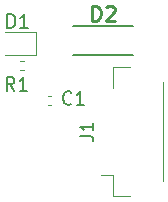
<source format=gbr>
%TF.GenerationSoftware,KiCad,Pcbnew,7.0.2*%
%TF.CreationDate,2023-07-22T23:42:46-04:00*%
%TF.ProjectId,encoder_go_v1_rev1,656e636f-6465-4725-9f67-6f5f76315f72,rev?*%
%TF.SameCoordinates,Original*%
%TF.FileFunction,Legend,Top*%
%TF.FilePolarity,Positive*%
%FSLAX46Y46*%
G04 Gerber Fmt 4.6, Leading zero omitted, Abs format (unit mm)*
G04 Created by KiCad (PCBNEW 7.0.2) date 2023-07-22 23:42:46*
%MOMM*%
%LPD*%
G01*
G04 APERTURE LIST*
%ADD10C,0.160000*%
%ADD11C,0.254000*%
%ADD12C,0.120000*%
%ADD13C,0.200000*%
G04 APERTURE END LIST*
D10*
%TO.C,R1*%
X146943447Y-96720342D02*
X146560114Y-96172723D01*
X146286304Y-96720342D02*
X146286304Y-95570342D01*
X146286304Y-95570342D02*
X146724399Y-95570342D01*
X146724399Y-95570342D02*
X146833923Y-95625104D01*
X146833923Y-95625104D02*
X146888685Y-95679866D01*
X146888685Y-95679866D02*
X146943447Y-95789390D01*
X146943447Y-95789390D02*
X146943447Y-95953676D01*
X146943447Y-95953676D02*
X146888685Y-96063200D01*
X146888685Y-96063200D02*
X146833923Y-96117961D01*
X146833923Y-96117961D02*
X146724399Y-96172723D01*
X146724399Y-96172723D02*
X146286304Y-96172723D01*
X148038685Y-96720342D02*
X147381542Y-96720342D01*
X147710114Y-96720342D02*
X147710114Y-95570342D01*
X147710114Y-95570342D02*
X147600590Y-95734628D01*
X147600590Y-95734628D02*
X147491066Y-95844152D01*
X147491066Y-95844152D02*
X147381542Y-95898914D01*
%TO.C,D1*%
X146349189Y-91408009D02*
X146349189Y-90258009D01*
X146349189Y-90258009D02*
X146622999Y-90258009D01*
X146622999Y-90258009D02*
X146787284Y-90312771D01*
X146787284Y-90312771D02*
X146896808Y-90422295D01*
X146896808Y-90422295D02*
X146951570Y-90531819D01*
X146951570Y-90531819D02*
X147006332Y-90750867D01*
X147006332Y-90750867D02*
X147006332Y-90915152D01*
X147006332Y-90915152D02*
X146951570Y-91134200D01*
X146951570Y-91134200D02*
X146896808Y-91243724D01*
X146896808Y-91243724D02*
X146787284Y-91353248D01*
X146787284Y-91353248D02*
X146622999Y-91408009D01*
X146622999Y-91408009D02*
X146349189Y-91408009D01*
X148101570Y-91408009D02*
X147444427Y-91408009D01*
X147772999Y-91408009D02*
X147772999Y-90258009D01*
X147772999Y-90258009D02*
X147663475Y-90422295D01*
X147663475Y-90422295D02*
X147553951Y-90531819D01*
X147553951Y-90531819D02*
X147444427Y-90586581D01*
%TO.C,C1*%
X151767333Y-97820486D02*
X151712571Y-97875248D01*
X151712571Y-97875248D02*
X151548285Y-97930009D01*
X151548285Y-97930009D02*
X151438761Y-97930009D01*
X151438761Y-97930009D02*
X151274476Y-97875248D01*
X151274476Y-97875248D02*
X151164952Y-97765724D01*
X151164952Y-97765724D02*
X151110190Y-97656200D01*
X151110190Y-97656200D02*
X151055428Y-97437152D01*
X151055428Y-97437152D02*
X151055428Y-97272867D01*
X151055428Y-97272867D02*
X151110190Y-97053819D01*
X151110190Y-97053819D02*
X151164952Y-96944295D01*
X151164952Y-96944295D02*
X151274476Y-96834771D01*
X151274476Y-96834771D02*
X151438761Y-96780009D01*
X151438761Y-96780009D02*
X151548285Y-96780009D01*
X151548285Y-96780009D02*
X151712571Y-96834771D01*
X151712571Y-96834771D02*
X151767333Y-96889533D01*
X152862571Y-97930009D02*
X152205428Y-97930009D01*
X152534000Y-97930009D02*
X152534000Y-96780009D01*
X152534000Y-96780009D02*
X152424476Y-96944295D01*
X152424476Y-96944295D02*
X152314952Y-97053819D01*
X152314952Y-97053819D02*
X152205428Y-97108581D01*
D11*
%TO.C,D2*%
X153507618Y-90824525D02*
X153507618Y-89554525D01*
X153507618Y-89554525D02*
X153809999Y-89554525D01*
X153809999Y-89554525D02*
X153991428Y-89615001D01*
X153991428Y-89615001D02*
X154112380Y-89735953D01*
X154112380Y-89735953D02*
X154172857Y-89856906D01*
X154172857Y-89856906D02*
X154233333Y-90098810D01*
X154233333Y-90098810D02*
X154233333Y-90280239D01*
X154233333Y-90280239D02*
X154172857Y-90522144D01*
X154172857Y-90522144D02*
X154112380Y-90643096D01*
X154112380Y-90643096D02*
X153991428Y-90764049D01*
X153991428Y-90764049D02*
X153809999Y-90824525D01*
X153809999Y-90824525D02*
X153507618Y-90824525D01*
X154717142Y-89675477D02*
X154777618Y-89615001D01*
X154777618Y-89615001D02*
X154898571Y-89554525D01*
X154898571Y-89554525D02*
X155200952Y-89554525D01*
X155200952Y-89554525D02*
X155321904Y-89615001D01*
X155321904Y-89615001D02*
X155382380Y-89675477D01*
X155382380Y-89675477D02*
X155442857Y-89796429D01*
X155442857Y-89796429D02*
X155442857Y-89917382D01*
X155442857Y-89917382D02*
X155382380Y-90098810D01*
X155382380Y-90098810D02*
X154656666Y-90824525D01*
X154656666Y-90824525D02*
X155442857Y-90824525D01*
D10*
%TO.C,J1*%
X152487010Y-100585332D02*
X153308439Y-100585332D01*
X153308439Y-100585332D02*
X153472725Y-100640093D01*
X153472725Y-100640093D02*
X153582249Y-100749617D01*
X153582249Y-100749617D02*
X153637010Y-100913903D01*
X153637010Y-100913903D02*
X153637010Y-101023427D01*
X153637010Y-99435332D02*
X153637010Y-100092475D01*
X153637010Y-99763903D02*
X152487010Y-99763903D01*
X152487010Y-99763903D02*
X152651296Y-99873427D01*
X152651296Y-99873427D02*
X152760820Y-99982951D01*
X152760820Y-99982951D02*
X152815582Y-100092475D01*
D12*
%TO.C,R1*%
X147446677Y-94227832D02*
X147753959Y-94227832D01*
X147446677Y-94987832D02*
X147753959Y-94987832D01*
%TO.C,D1*%
X148808001Y-93700999D02*
X148808001Y-91780999D01*
X148808001Y-91780999D02*
X146123001Y-91780999D01*
X146123001Y-93700999D02*
X148808001Y-93700999D01*
%TO.C,C1*%
X149823164Y-97181998D02*
X150038836Y-97181998D01*
X149823164Y-97901998D02*
X150038836Y-97901998D01*
D13*
%TO.C,D2*%
X151945000Y-93748999D02*
X156945000Y-93748999D01*
X156945000Y-91224999D02*
X151945000Y-91224999D01*
D12*
%TO.C,J1*%
X155294999Y-105686999D02*
X155294999Y-103886999D01*
X156744999Y-105686999D02*
X155294999Y-105686999D01*
X159564999Y-104416999D02*
X159564999Y-95986999D01*
X155294999Y-103886999D02*
X154304999Y-103886999D01*
X155294999Y-94716999D02*
X155294999Y-96516999D01*
X156744999Y-94716999D02*
X155294999Y-94716999D01*
%TD*%
M02*

</source>
